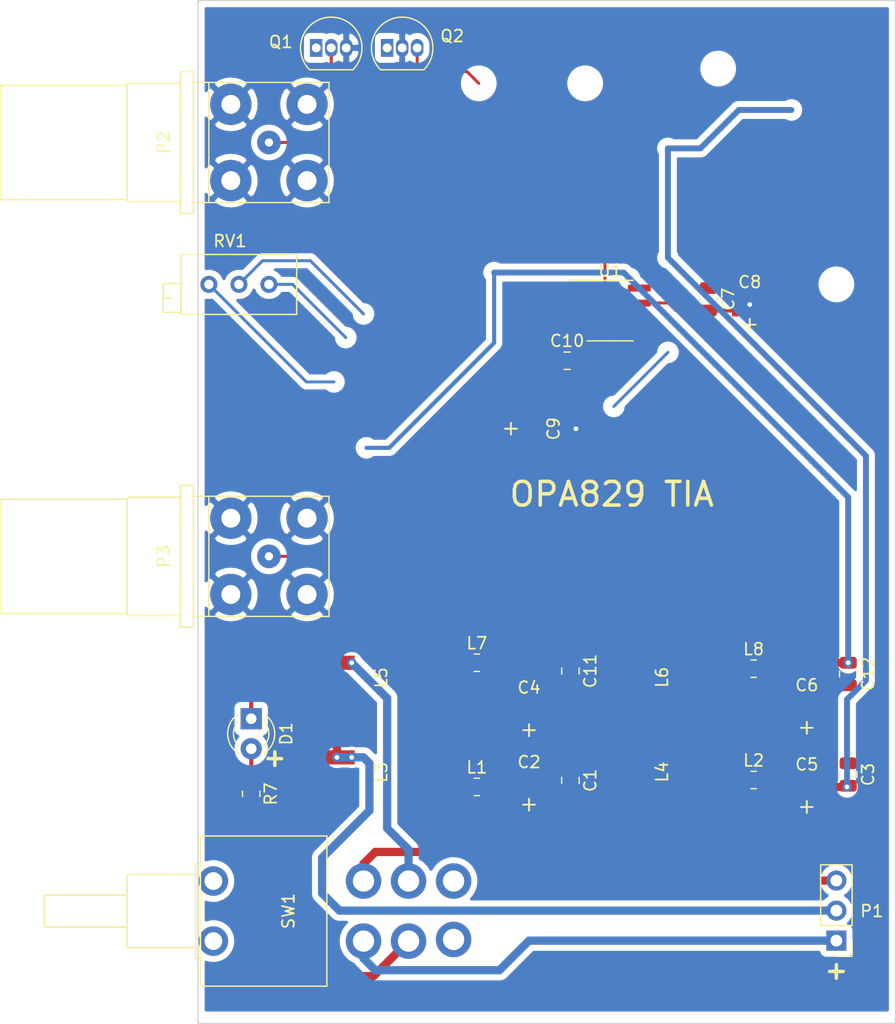
<source format=kicad_pcb>
(kicad_pcb (version 20211014) (generator pcbnew)
  (layers (0 "F.Cu" signal) (31 "B.Cu" signal) (34 "B.Paste" user) (35 "F.Paste" user) (36 "B.SilkS" user "B.Silkscreen") (37 "F.SilkS" user "F.Silkscreen") (38 "B.Mask" user) (39 "F.Mask" user) (44 "Edge.Cuts" user))
  (net 0 "")
  (net 1 "Net-(C1-Pad2)")
  (net 2 "Net-(C1-Pad1)")
  (net 3 "GNDA")
  (net 4 "+12VA")
  (net 5 "Net-(C11-Pad1)")
  (net 6 "-12VA")
  (net 7 "Net-(C13-Pad2)")
  (net 8 "Net-(C14-Pad2)")
  (net 9 "Net-(C20-Pad1)")
  (net 10 "Net-(D1-Pad1)")
  (net 11 "Net-(D1-Pad2)")
  (net 12 "Net-(L1-Pad1)")
  (net 13 "Net-(L2-Pad1)")
  (net 14 "Net-(L3-Pad1)")
  (net 15 "Net-(L3-Pad2)")
  (net 16 "Net-(L5-Pad4)")
  (net 17 "Net-(L6-Pad4)")
  (net 18 "Net-(P1-Pad1)")
  (net 19 "Net-(P1-Pad3)")
  (net 20 "Net-(Q1-Pad1)")
  (net 21 "Net-(Q2-Pad1)")
  (net 22 "Net-(R2-Pad2)")
  (net 23 "Net-(R4-Pad2)")
  (net 24 "Net-(R5-Pad1)")
  (net 25 "Net-(SW1-Pad3)")
  (net 26 "Net-(SW1-Pad6)")
  (footprint "Capacitor_SMD:C_0805_2012Metric" (layer "F.Cu") (at 126.5 140.95 -90)
    (fp_text reference "C1" (at 0 -1.68 90) (layer "F.SilkS"))
    (fp_text value "100nF")
    (fp_line (start -0.261252 0.735) (end 0.261252 0.735) (layer "F.SilkS") (width 0.12))
    (fp_line (start -0.261252 -0.735) (end 0.261252 -0.735) (layer "F.SilkS") (width 0.12))
    (pad "1" smd roundrect locked (at -0.95 0 270) (size 1 1.45) (layers "F.Cu" "F.Paste" "F.Mask") (net 2 "Net-(C1-Pad1)"))
    (pad "2" smd roundrect locked (at 0.95 0 270) (size 1 1.45) (layers "F.Cu" "F.Paste" "F.Mask") (net 1 "Net-(C1-Pad2)"))
  )
  (footprint "YC_FootPrint_2021_v1:C_1210_POL_Mine" (layer "F.Cu") (at 123 139.4 90)
    (fp_text reference "C2" (at 0 0) (layer "F.SilkS"))
    (fp_text value "10uF")
    (fp_line (start -4.1 0) (end -3.6 0) (layer "F.SilkS") (width 0.15))
    (fp_line (start -3.1 0) (end -4.1 0) (layer "F.SilkS") (width 0.15))
    (fp_line (start -3.6 -0.5) (end -3.6 0.5) (layer "F.SilkS") (width 0.15))
    (fp_line (start -3.6 0) (end -3.1 0) (layer "F.SilkS") (width 0.15))
    (pad "1" smd rect locked (at -1.9 0 90) (size 2 3) (layers "F.Cu" "F.Paste" "F.Mask") (net 1 "Net-(C1-Pad2)"))
    (pad "2" smd rect locked (at 1.9 0 90) (size 2 3) (layers "F.Cu" "F.Paste" "F.Mask") (net 2 "Net-(C1-Pad1)"))
  )
  (footprint "Capacitor_SMD:C_0805_2012Metric" (layer "F.Cu") (at 150 140.45 -90)
    (fp_text reference "C3" (at 0 -1.68 90) (layer "F.SilkS"))
    (fp_text value "100nF")
    (fp_line (start -0.261252 0.735) (end 0.261252 0.735) (layer "F.SilkS") (width 0.12))
    (fp_line (start -0.261252 -0.735) (end 0.261252 -0.735) (layer "F.SilkS") (width 0.12))
    (pad "1" smd roundrect locked (at -0.95 0 270) (size 1 1.45) (layers "F.Cu" "F.Paste" "F.Mask") (net 3 "GNDA"))
    (pad "2" smd roundrect locked (at 0.95 0 270) (size 1 1.45) (layers "F.Cu" "F.Paste" "F.Mask") (net 4 "+12VA"))
  )
  (footprint "YC_FootPrint_2021_v1:C_1210_POL_Mine" (layer "F.Cu") (at 123 133.1 90)
    (fp_text reference "C4" (at 0 0) (layer "F.SilkS"))
    (fp_text value "10uF")
    (fp_line (start -4.1 0) (end -3.6 0) (layer "F.SilkS") (width 0.15))
    (fp_line (start -3.6 -0.5) (end -3.6 0.5) (layer "F.SilkS") (width 0.15))
    (fp_line (start -3.1 0) (end -4.1 0) (layer "F.SilkS") (width 0.15))
    (fp_line (start -3.6 0) (end -3.1 0) (layer "F.SilkS") (width 0.15))
    (pad "1" smd rect locked (at -1.9 0 90) (size 2 3) (layers "F.Cu" "F.Paste" "F.Mask") (net 2 "Net-(C1-Pad1)"))
    (pad "2" smd rect locked (at 1.9 0 90) (size 2 3) (layers "F.Cu" "F.Paste" "F.Mask") (net 5 "Net-(C11-Pad1)"))
  )
  (footprint "YC_FootPrint_2021_v1:C_1210_POL_Mine" (layer "F.Cu") (at 146.5 139.6 90)
    (fp_text reference "C5" (at 0 0) (layer "F.SilkS"))
    (fp_text value "10uF")
    (fp_line (start -3.1 0) (end -4.1 0) (layer "F.SilkS") (width 0.15))
    (fp_line (start -4.1 0) (end -3.6 0) (layer "F.SilkS") (width 0.15))
    (fp_line (start -3.6 0) (end -3.1 0) (layer "F.SilkS") (width 0.15))
    (fp_line (start -3.6 -0.5) (end -3.6 0.5) (layer "F.SilkS") (width 0.15))
    (pad "1" smd rect locked (at -1.9 0 90) (size 2 3) (layers "F.Cu" "F.Paste" "F.Mask") (net 4 "+12VA"))
    (pad "2" smd rect locked (at 1.9 0 90) (size 2 3) (layers "F.Cu" "F.Paste" "F.Mask") (net 3 "GNDA"))
  )
  (footprint "YC_FootPrint_2021_v1:C_1210_POL_Mine" (layer "F.Cu") (at 146.5 132.9 90)
    (fp_text reference "C6" (at 0 0) (layer "F.SilkS"))
    (fp_text value "10uF")
    (fp_line (start -3.6 -0.5) (end -3.6 0.5) (layer "F.SilkS") (width 0.15))
    (fp_line (start -3.6 0) (end -3.1 0) (layer "F.SilkS") (width 0.15))
    (fp_line (start -4.1 0) (end -3.6 0) (layer "F.SilkS") (width 0.15))
    (fp_line (start -3.1 0) (end -4.1 0) (layer "F.SilkS") (width 0.15))
    (pad "1" smd rect locked (at -1.9 0 90) (size 2 3) (layers "F.Cu" "F.Paste" "F.Mask") (net 3 "GNDA"))
    (pad "2" smd rect locked (at 1.9 0 90) (size 2 3) (layers "F.Cu" "F.Paste" "F.Mask") (net 6 "-12VA"))
  )
  (footprint "Capacitor_SMD:C_0805_2012Metric" (layer "F.Cu") (at 138.173 100.258 -90)
    (fp_text reference "C7" (at 0 -1.68 90) (layer "F.SilkS"))
    (fp_text value "0.1uF")
    (fp_line (start -0.261252 0.735) (end 0.261252 0.735) (layer "F.SilkS") (width 0.12))
    (fp_line (start -0.261252 -0.735) (end 0.261252 -0.735) (layer "F.SilkS") (width 0.12))
    (pad "1" smd roundrect locked (at -0.95 0 270) (size 1 1.45) (layers "F.Cu" "F.Paste" "F.Mask") (net 3 "GNDA"))
    (pad "2" smd roundrect locked (at 0.95 0 270) (size 1 1.45) (layers "F.Cu" "F.Paste" "F.Mask") (net 4 "+12VA"))
  )
  (footprint "YC_FootPrint_2021_v1:C_1210_POL_Mine" (layer "F.Cu") (at 141.673 98.808 90)
    (fp_text reference "C8" (at 0 0) (layer "F.SilkS"))
    (fp_text value "10uF")
    (fp_line (start -3.6 -0.5) (end -3.6 0.5) (layer "F.SilkS") (width 0.15))
    (fp_line (start -3.1 0) (end -4.1 0) (layer "F.SilkS") (width 0.15))
    (fp_line (start -3.6 0) (end -3.1 0) (layer "F.SilkS") (width 0.15))
    (fp_line (start -4.1 0) (end -3.6 0) (layer "F.SilkS") (width 0.15))
    (pad "1" smd rect locked (at -1.9 0 90) (size 2 3) (layers "F.Cu" "F.Paste" "F.Mask") (net 4 "+12VA"))
    (pad "2" smd rect locked (at 1.9 0 90) (size 2 3) (layers "F.Cu" "F.Paste" "F.Mask") (net 3 "GNDA"))
  )
  (footprint "Capacitor_SMD:C_0805_2012Metric" (layer "F.Cu") (at 126.223 105.458)
    (fp_text reference "C10" (at 0 -1.68) (layer "F.SilkS"))
    (fp_text value "0.1uF")
    (fp_line (start -0.261252 -0.735) (end 0.261252 -0.735) (layer "F.SilkS") (width 0.12))
    (fp_line (start -0.261252 0.735) (end 0.261252 0.735) (layer "F.SilkS") (width 0.12))
    (pad "1" smd roundrect locked (at -0.95 0) (size 1 1.45) (layers "F.Cu" "F.Paste" "F.Mask") (net 3 "GNDA"))
    (pad "2" smd roundrect locked (at 0.95 0) (size 1 1.45) (layers "F.Cu" "F.Paste" "F.Mask") (net 6 "-12VA"))
  )
  (footprint "Capacitor_SMD:C_0805_2012Metric" (layer "F.Cu") (at 126.5 131.7 -90)
    (fp_text reference "C11" (at 0 -1.68 90) (layer "F.SilkS"))
    (fp_text value "100nF")
    (fp_line (start -0.261252 -0.735) (end 0.261252 -0.735) (layer "F.SilkS") (width 0.12))
    (fp_line (start -0.261252 0.735) (end 0.261252 0.735) (layer "F.SilkS") (width 0.12))
    (pad "1" smd roundrect locked (at -0.95 0 270) (size 1 1.45) (layers "F.Cu" "F.Paste" "F.Mask") (net 5 "Net-(C11-Pad1)"))
    (pad "2" smd roundrect locked (at 0.95 0 270) (size 1 1.45) (layers "F.Cu" "F.Paste" "F.Mask") (net 2 "Net-(C1-Pad1)"))
  )
  (footprint "Capacitor_SMD:C_0805_2012Metric" (layer "F.Cu") (at 150 131.95 -90)
    (fp_text reference "C12" (at 0 -1.68 90) (layer "F.SilkS"))
    (fp_text value "100nF")
    (fp_line (start -0.261252 0.735) (end 0.261252 0.735) (layer "F.SilkS") (width 0.12))
    (fp_line (start -0.261252 -0.735) (end 0.261252 -0.735) (layer "F.SilkS") (width 0.12))
    (pad "1" smd roundrect locked (at -0.95 0 270) (size 1 1.45) (layers "F.Cu" "F.Paste" "F.Mask") (net 6 "-12VA"))
    (pad "2" smd roundrect locked (at 0.95 0 270) (size 1 1.45) (layers "F.Cu" "F.Paste" "F.Mask") (net 3 "GNDA"))
  )
  (footprint "Resistor_SMD:R_0805_2012Metric" (layer "F.Cu") (at 118.5875 141.5)
    (fp_text reference "L1" (at 0 -1.65) (layer "F.SilkS"))
    (fp_text value "FB 600 Ohm")
    (fp_line (start -0.227064 -0.735) (end 0.227064 -0.735) (layer "F.SilkS") (width 0.12))
    (fp_line (start -0.227064 0.735) (end 0.227064 0.735) (layer "F.SilkS") (width 0.12))
    (pad "1" smd roundrect locked (at -0.9125 0) (size 1.025 1.4) (layers "F.Cu" "F.Paste" "F.Mask") (roundrect_rratio 0.243902) (net 12 "Net-(L1-Pad1)"))
    (pad "2" smd roundrect locked (at 0.9125 0) (size 1.025 1.4) (layers "F.Cu" "F.Paste" "F.Mask") (roundrect_rratio 0.243902) (net 1 "Net-(C1-Pad2)"))
  )
  (footprint "Resistor_SMD:R_0805_2012Metric" (layer "F.Cu") (at 142 140.9125)
    (fp_text reference "L2" (at 0 -1.65) (layer "F.SilkS"))
    (fp_text value "FB 600 Ohm")
    (fp_line (start -0.227064 0.735) (end 0.227064 0.735) (layer "F.SilkS") (width 0.12))
    (fp_line (start -0.227064 -0.735) (end 0.227064 -0.735) (layer "F.SilkS") (width 0.12))
    (pad "1" smd roundrect locked (at -0.9125 0) (size 1.025 1.4) (layers "F.Cu" "F.Paste" "F.Mask") (roundrect_rratio 0.243902) (net 13 "Net-(L2-Pad1)"))
    (pad "2" smd roundrect locked (at 0.9125 0) (size 1.025 1.4) (layers "F.Cu" "F.Paste" "F.Mask") (roundrect_rratio 0.243902) (net 4 "+12VA"))
  )
  (footprint "YC_FootPrint_2021_v1:Murata_Choke_1423" (layer "F.Cu") (at 110.5 140.27)
    (fp_text reference "L3" (at 0 0 90) (layer "F.SilkS"))
    (fp_text value "L_Core_Ferrite_Coupled_1423" hide)
    (pad "1" smd rect locked (at -3.75 -1.27) (size 3 1.2) (layers "F.Cu" "F.Paste" "F.Mask") (net 14 "Net-(L3-Pad1)"))
    (pad "2" smd rect locked (at -3.75 1.27) (size 3 1.2) (layers "F.Cu" "F.Paste" "F.Mask") (net 15 "Net-(L3-Pad2)"))
    (pad "3" smd rect locked (at 3.75 1.27) (size 3 1.2) (layers "F.Cu" "F.Paste" "F.Mask") (net 12 "Net-(L1-Pad1)"))
    (pad "4" smd rect locked (at 3.75 -1.27) (size 3 1.2) (layers "F.Cu" "F.Paste" "F.Mask") (net 2 "Net-(C1-Pad1)"))
  )
  (footprint "YC_FootPrint_2021_v1:Murata_Choke_1423" (layer "F.Cu") (at 134.25 140.23)
    (fp_text reference "L4" (at 0 0 90) (layer "F.SilkS"))
    (fp_text value "L_Core_Ferrite_Coupled_1423" hide)
    (pad "1" smd rect locked (at -3.75 -1.27) (size 3 1.2) (layers "F.Cu" "F.Paste" "F.Mask") (net 2 "Net-(C1-Pad1)"))
    (pad "2" smd rect locked (at -3.75 1.27) (size 3 1.2) (layers "F.Cu" "F.Paste" "F.Mask") (net 1 "Net-(C1-Pad2)"))
    (pad "3" smd rect locked (at 3.75 1.27) (size 3 1.2) (layers "F.Cu" "F.Paste" "F.Mask") (net 13 "Net-(L2-Pad1)"))
    (pad "4" smd rect locked (at 3.75 -1.27) (size 3 1.2) (layers "F.Cu" "F.Paste" "F.Mask") (net 3 "GNDA"))
  )
  (footprint "Resistor_SMD:R_0805_2012Metric" (layer "F.Cu") (at 118.5875 131)
    (fp_text reference "L7" (at 0 -1.65) (layer "F.SilkS"))
    (fp_text value "FB 600 Ohm")
    (fp_line (start -0.227064 0.735) (end 0.227064 0.735) (layer "F.SilkS") (width 0.12))
    (fp_line (start -0.227064 -0.735) (end 0.227064 -0.735) (layer "F.SilkS") (width 0.12))
    (pad "1" smd roundrect locked (at -0.9125 0) (size 1.025 1.4) (layers "F.Cu" "F.Paste" "F.Mask") (roundrect_rratio 0.243902) (net 16 "Net-(L5-Pad4)"))
    (pad "2" smd roundrect locked (at 0.9125 0) (size 1.025 1.4) (layers "F.Cu" "F.Paste" "F.Mask") (roundrect_rratio 0.243902) (net 5 "Net-(C11-Pad1)"))
  )
  (footprint "Resistor_SMD:R_0805_2012Metric" (layer "F.Cu") (at 142 131.5)
    (fp_text reference "L8" (at 0 -1.65) (layer "F.SilkS"))
    (fp_text value "FB 600 Ohm")
    (fp_line (start -0.227064 -0.735) (end 0.227064 -0.735) (layer "F.SilkS") (width 0.12))
    (fp_line (start -0.227064 0.735) (end 0.227064 0.735) (layer "F.SilkS") (width 0.12))
    (pad "1" smd roundrect locked (at -0.9125 0) (size 1.025 1.4) (layers "F.Cu" "F.Paste" "F.Mask") (roundrect_rratio 0.243902) (net 17 "Net-(L6-Pad4)"))
    (pad "2" smd roundrect locked (at 0.9125 0) (size 1.025 1.4) (layers "F.Cu" "F.Paste" "F.Mask") (roundrect_rratio 0.243902) (net 6 "-12VA"))
  )
  (footprint "Package_TO_SOT_THT:TO-92_Inline" (layer "F.Cu") (at 111 79)
    (fp_text reference "Q2" (at 5.5 -1) (layer "F.SilkS"))
    (fp_text value "2N3904")
    (fp_line (start -0.53 1.85) (end 3.07 1.85) (layer "F.SilkS") (width 0.12))
    (fp_arc (start 1.27 -2.6) (mid 3.672087 -0.994977) (end 3.108478 1.838478) (layer "F.SilkS") (width 0.12))
    (fp_arc (start -0.568478 1.838478) (mid -1.132087 -0.994977) (end 1.27 -2.6) (layer "F.SilkS") (width 0.12))
    (pad "1" thru_hole rect locked (at 0 0) (size 1.05 1.5) (drill 0.75) (layers *.Cu *.Mask) (net 21 "Net-(Q2-Pad1)"))
    (pad "2" thru_hole oval locked (at 1.27 0) (size 1.05 1.5) (drill 0.75) (layers *.Cu *.Mask) (net 3 "GNDA"))
    (pad "3" thru_hole oval locked (at 2.54 0) (size 1.05 1.5) (drill 0.75) (layers *.Cu *.Mask) (net 8 "Net-(C14-Pad2)"))
  )
  (footprint "Resistor_SMD:R_0805_2012Metric" (layer "F.Cu") (at 99.5 142.0875 -90)
    (fp_text reference "R7" (at 0 -1.65 90) (layer "F.SilkS"))
    (fp_text value "2.2k")
    (fp_line (start -0.227064 -0.735) (end 0.227064 -0.735) (layer "F.SilkS") (width 0.12))
    (fp_line (start -0.227064 0.735) (end 0.227064 0.735) (layer "F.SilkS") (width 0.12))
    (pad "1" smd roundrect locked (at -0.9125 0 270) (size 1.025 1.4) (layers "F.Cu" "F.Paste" "F.Mask") (roundrect_rratio 0.243902) (net 11 "Net-(D1-Pad2)"))
    (pad "2" smd roundrect locked (at 0.9125 0 270) (size 1.025 1.4) (layers "F.Cu" "F.Paste" "F.Mask") (roundrect_rratio 0.243902) (net 15 "Net-(L3-Pad2)"))
  )
  (footprint "YC_FootPrint_2021_v1:Murata_Choke_1423" (layer "F.Cu") (at 110.5 132.27)
    (fp_text reference "L5" (at 0 0 90) (layer "F.SilkS"))
    (fp_text value "L_Core_Ferrite_Coupled_1423" hide)
    (pad "1" smd rect locked (at -3.75 -1.27) (size 3 1.2) (layers "F.Cu" "F.Paste" "F.Mask") (net 10 "Net-(D1-Pad1)"))
    (pad "2" smd rect locked (at -3.75 1.27) (size 3 1.2) (layers "F.Cu" "F.Paste" "F.Mask") (net 14 "Net-(L3-Pad1)"))
    (pad "3" smd rect locked (at 3.75 1.27) (size 3 1.2) (layers "F.Cu" "F.Paste" "F.Mask") (net 2 "Net-(C1-Pad1)"))
    (pad "4" smd rect locked (at 3.75 -1.27) (size 3 1.2) (layers "F.Cu" "F.Paste" "F.Mask") (net 16 "Net-(L5-Pad4)"))
  )
  (footprint "YC_FootPrint_2021_v1:Murata_Choke_1423" (layer "F.Cu") (at 134.25 132.23)
    (fp_text reference "L6" (at 0 0 90) (layer "F.SilkS"))
    (fp_text value "L_Core_Ferrite_Coupled_1423" hide)
    (pad "1" smd rect locked (at -3.75 -1.27) (size 3 1.2) (layers "F.Cu" "F.Paste" "F.Mask") (net 5 "Net-(C11-Pad1)"))
    (pad "2" smd rect locked (at -3.75 1.27) (size 3 1.2) (layers "F.Cu" "F.Paste" "F.Mask") (net 2 "Net-(C1-Pad1)"))
    (pad "3" smd rect locked (at 3.75 1.27) (size 3 1.2) (layers "F.Cu" "F.Paste" "F.Mask") (net 3 "GNDA"))
    (pad "4" smd rect locked (at 3.75 -1.27) (size 3 1.2) (layers "F.Cu" "F.Paste" "F.Mask") (net 17 "Net-(L6-Pad4)"))
  )
  (footprint "Connector_PinHeader_2.54mm:PinHeader_1x03_P2.54mm_Vertical" (layer "F.Cu") (at 149 154.5 180)
    (fp_text reference "P1" (at -3 2.5) (layer "F.SilkS"))
    (fp_text value "CONN_01X03")
    (fp_line (start 1.33 1.27) (end 1.33 6.41) (layer "F.SilkS") (width 0.12))
    (fp_line (start -1.33 1.27) (end -1.33 6.41) (layer "F.SilkS") (width 0.12))
    (fp_line (start -1.33 0) (end -1.33 -1.33) (layer "F.SilkS") (width 0.12))
    (fp_line (start -1.33 6.41) (end 1.33 6.41) (layer "F.SilkS") (width 0.12))
    (fp_line (start -1.33 1.27) (end 1.33 1.27) (layer "F.SilkS") (width 0.12))
    (fp_line (start -1.33 -1.33) (end 0 -1.33) (layer "F.SilkS") (width 0.12))
    (pad "1" thru_hole rect locked (at 0 0 180) (size 1.7 1.7) (drill 1) (layers *.Cu *.Mask) (net 18 "Net-(P1-Pad1)"))
    (pad "2" thru_hole oval locked (at 0 2.54 180) (size 1.7 1.7) (drill 1) (layers *.Cu *.Mask) (net 14 "Net-(L3-Pad1)"))
    (pad "3" thru_hole oval locked (at 0 5.08 180) (size 1.7 1.7) (drill 1) (layers *.Cu *.Mask) (net 19 "Net-(P1-Pad3)"))
  )
  (footprint "YC_FootPrint_2021_v1:C_1210_POL_Mine" (layer "F.Cu") (at 125.073 111.208)
    (fp_text reference "C9" (at 0 0 90) (layer "F.SilkS"))
    (fp_text value "10uF")
    (fp_line (start -3.1 0) (end -4.1 0) (layer "F.SilkS") (width 0.15))
    (fp_line (start -3.6 -0.5) (end -3.6 0.5) (layer "F.SilkS") (width 0.15))
    (fp_line (start -3.6 0) (end -3.1 0) (layer "F.SilkS") (width 0.15))
    (fp_line (start -4.1 0) (end -3.6 0) (layer "F.SilkS") (width 0.15))
    (pad "1" smd rect locked (at -1.9 0) (size 2 3) (layers "F.Cu" "F.Paste" "F.Mask") (net 3 "GNDA"))
    (pad "2" smd rect locked (at 1.9 0) (size 2 3) (layers "F.Cu" "F.Paste" "F.Mask") (net 6 "-12VA"))
  )
  (footprint "Potentiometer_THT:Potentiometer_Bourns_3296X_Horizontal" (layer "F.Cu") (at 101 99)
    (fp_text reference "RV1" (at -3.3 -3.66) (layer "F.SilkS"))
    (fp_text value "10K")
    (fp_line (start -8.945 2.365) (end -7.426 2.365) (layer "F.SilkS") (width 0.12))
    (fp_line (start -7.425 -2.53) (end 2.345 -2.53) (layer "F.SilkS") (width 0.12))
    (fp_line (start -7.425 -2.53) (end -7.425 2.54) (layer "F.SilkS") (width 0.12))
    (fp_line (start -7.426 -0.065) (end -7.426 2.365) (layer "F.SilkS") (width 0.12))
    (fp_line (start -7.425 2.54) (end 2.345 2.54) (layer "F.SilkS") (width 0.12))
    (fp_line (start -8.945 -0.065) (end -8.945 2.365) (layer "F.SilkS") (width 0.12))
    (fp_line (start -8.945 -0.065) (end -7.426 -0.065) (layer "F.SilkS") (width 0.12))
    (fp_line (start -8.945 1.15) (end -8.186 1.15) (layer "F.SilkS") (width 0.12))
    (fp_line (start 2.345 -2.53) (end 2.345 2.54) (layer "F.SilkS") (width 0.12))
    (pad "1" thru_hole circle locked (at 0 0) (size 1.44 1.44) (drill 0.8) (layers *.Cu *.Mask) (net 22 "Net-(R2-Pad2)"))
    (pad "2" thru_hole circle locked (at -2.54 0) (size 1.44 1.44) (drill 0.8) (layers *.Cu *.Mask) (net 7 "Net-(C13-Pad2)"))
    (pad "3" thru_hole circle locked (at -5.08 0) (size 1.44 1.44) (drill 0.8) (layers *.Cu *.Mask) (net 23 "Net-(R4-Pad2)"))
  )
  (footprint "Package_TO_SOT_THT:TO-92_Inline" (layer "F.Cu") (at 105 79)
    (fp_text reference "Q1" (at -3 -0.5) (layer "F.SilkS"))
    (fp_text value "2N3904")
    (fp_line (start -0.53 1.85) (end 3.07 1.85) (layer "F.SilkS") (width 0.12))
    (fp_arc (start 1.27 -2.6) (mid 3.672087 -0.994977) (end 3.108478 1.838478) (layer "F.SilkS") (width 0.12))
    (fp_arc (start -0.568478 1.838478) (mid -1.132087 -0.994977) (end 1.27 -2.6) (layer "F.SilkS") (width 0.12))
    (pad "1" thru_hole rect locked (at 0 0) (size 1.05 1.5) (drill 0.75) (layers *.Cu *.Mask) (net 20 "Net-(Q1-Pad1)"))
    (pad "2" thru_hole oval locked (at 1.27 0) (size 1.05 1.5) (drill 0.75) (layers *.Cu *.Mask) (net 8 "Net-(C14-Pad2)"))
    (pad "3" thru_hole oval locked (at 2.54 0) (size 1.05 1.5) (drill 0.75) (layers *.Cu *.Mask) (net 3 "GNDA"))
  )
  (footprint "YC_FootPrint_2021_v1:LED_D3.0mm" (layer "F.Cu") (at 99.5 137 -90)
    (fp_text reference "D1" (at 0 -2.96 90) (layer "F.SilkS"))
    (fp_text value "LED")
    (fp_line (start -1.56 1.08) (end -1.56 1.236) (layer "F.SilkS") (width 0.12))
    (fp_line (start -1.56 -1.236) (end -1.56 -1.08) (layer "F.SilkS") (width 0.12))
    (fp_arc (start -1.56 -1.235516) (mid 0.096487 -1.987659) (end 1.672335 -1.078608) (layer "F.SilkS") (width 0.12))
    (fp_arc (start 1.04113 1.079837) (mid 0.000117 1.5) (end -1.040961 1.08) (layer "F.SilkS") (width 0.12))
    (fp_arc (start -1.040961 -1.08) (mid 0.000117 -1.5) (end 1.04113 -1.079837) (layer "F.SilkS") (width 0.12))
    (fp_arc (start 1.672335 1.078608) (mid 0.096487 1.987659) (end -1.56 1.235516) (layer "F.SilkS") (width 0.12))
    (pad "1" thru_hole rect locked (at -1.27 0 270) (size 1.8 1.8) (drill 0.9) (layers *.Cu *.Mask) (net 10 "Net-(D1-Pad1)"))
    (pad "2" thru_hole circle locked (at 1.27 0 270) (size 1.8 1.8) (drill 0.9) (layers *.Cu *.Mask) (net 11 "Net-(D1-Pad2)"))
  )
  (footprint "YC_FootPrint_2021_v1:BNC_PCB_90degree" (layer "F.Cu") (at 101 87 -90)
    (fp_text reference "P2" (at 0 8.89 90) (layer "F.SilkS"))
    (fp_text value "BNC")
    (fp_line (start -5.08 5.08) (end -5.08 6.35) (layer "F.SilkS") (width 0.12))
    (fp_line (start -5.08 5.08) (end 5.08 5.08) (layer "F.SilkS") (width 0.12))
    (fp_line (start -5.08 -5.08) (end -5.08 5.08) (layer "F.SilkS") (width 0.12))
    (fp_line (start -4.825 12) (end -4.825 22.69) (layer "F.SilkS") (width 0.12))
    (fp_line (start 5 12) (end 5 7.5) (layer "F.SilkS") (width 0.12))
    (fp_line (start -4.825 22.69) (end 4.825 22.69) (layer "F.SilkS") (width 0.12))
    (fp_line (start 4.825 12) (end 4.825 22.69) (layer "F.SilkS") (width 0.12))
    (fp_line (start 5.08 -5.08) (end -5.08 -5.08) (layer "F.SilkS") (width 0.12))
    (fp_line (start -5 12) (end -5 7.5) (layer "F.SilkS") (width 0.12))
    (fp_line (start -6 6.4) (end 6 6.4) (layer "F.SilkS") (width 0.12))
    (fp_line (start -6 6.4) (end -6 7.5) (layer "F.SilkS") (width 0.12))
    (fp_line (start 5.08 5.08) (end 5.08 6.35) (layer "F.SilkS") (width 0.12))
    (fp_line (start -5 12) (end 5 12) (layer "F.SilkS") (width 0.12))
    (fp_line (start 6 6.4) (end 6 7.5) (layer "F.SilkS") (width 0.12))
    (fp_line (start 5.08 5.08) (end 5.08 -5.08) (layer "F.SilkS") (width 0.12))
    (fp_line (start -6 7.5) (end 6 7.5) (layer "F.SilkS") (width 0.12))
    (pad "1" thru_hole circle locked (at 0 0 270) (size 2 2) (drill 0.7) (layers *.Cu *.Mask) (net 8 "Net-(C14-Pad2)"))
    (pad "2" thru_hole circle locked (at 3.225 3.225 270) (size 3.5 3.5) (drill 1.6) (layers *.Cu *.Mask) (net 3 "GNDA"))
    (pad "2" thru_hole circle locked (at 3.225 -3.225 270) (size 3.5 3.5) (drill 1.6) (layers *.Cu *.Mask) (net 3 "GNDA"))
    (pad "2" thru_hole circle locked (at -3.225 3.225 270) (size 3.5 3.5) (drill 1.6) (layers *.Cu *.Mask) (net 3 "GNDA"))
    (pad "2" thru_hole circle locked (at -3.225 -3.225 270) (size 3.5 3.5) (drill 1.6) (layers *.Cu *.Mask) (net 3 "GNDA"))
  )
  (footprint "YC_FootPrint_2021_v1:BNC_PCB_90degree" (layer "F.Cu") (at 101 122 -90)
    (fp_text reference "P3" (at 0 8.89 90) (layer "F.SilkS"))
    (fp_text value "BNC")
    (fp_line (start -6 6.4) (end 6 6.4) (layer "F.SilkS") (width 0.12))
    (fp_line (start 4.825 12) (end 4.825 22.69) (layer "F.SilkS") (width 0.12))
    (fp_line (start 6 6.4) (end 6 7.5) (layer "F.SilkS") (width 0.12))
    (fp_line (start -5.08 -5.08) (end -5.08 5.08) (layer "F.SilkS") (width 0.12))
    (fp_line (start -4.825 12) (end -4.825 22.69) (layer "F.SilkS") (width 0.12))
    (fp_line (start -5.08 5.08) (end 5.08 5.08) (layer "F.SilkS") (width 0.12))
    (fp_line (start 5.08 5.08) (end 5.08 6.35) (layer "F.SilkS") (width 0.12))
    (fp_line (start 5.08 5.08) (end 5.08 -5.08) (layer "F.SilkS") (width 0.12))
    (fp_line (start -6 6.4) (end -6 7.5) (layer "F.SilkS") (width 0.12))
    (fp_line (start 5.08 -5.08) (end -5.08 -5.08) (layer "F.SilkS") (width 0.12))
    (fp_line (start -5.08 5.08) (end -5.08 6.35) (layer "F.SilkS") (width 0.12))
    (fp_line (start -5 12) (end -5 7.5) (layer "F.SilkS") (width 0.12))
    (fp_line (start 5 12) (end 5 7.5) (layer "F.SilkS") (width 0.12))
    (fp_line (start -5 12) (end 5 12) (layer "F.SilkS") (width 0.12))
    (fp_line (start -6 7.5) (end 6 7.5) (layer "F.SilkS") (width 0.12))
    (fp_line (start -4.825 22.69) (end 4.825 22.69) (layer "F.SilkS") (width 0.12))
    (pad "1" thru_hole circle locked (at 0 0 270) (size 2 2) (drill 0.7) (layers *.Cu *.Mask) (net 9 "Net-(C20-Pad1)"))
    (pad "2" thru_hole circle locked (at 3.225 3.225 270) (size 3.5 3.5) (drill 1.6) (layers *.Cu *.Mask) (net 3 "GNDA"))
    (pad "2" thru_hole circle locked (at 3.225 -3.225 270) (size 3.5 3.5) (drill 1.6) (layers *.Cu *.Mask) (net 3 "GNDA"))
    (pad "2" thru_hole circle locked (at -3.225 -3.225 270) (size 3.5 3.5) (drill 1.6) (layers *.Cu *.Mask) (net 3 "GNDA"))
    (pad "2" thru_hole circle locked (at -3.225 3.225 270) (size 3.5 3.5) (drill 1.6) (layers *.Cu *.Mask) (net 3 "GNDA"))
  )
  (footprint "YC_FootPrint_2021_v1:Toggle_PCB" (layer "F.Cu") (at 109 152 -90)
    (fp_text reference "SW1" (at 0 6.35 90) (layer "F.SilkS"))
    (fp_text value "Toggle_SW_PCB")
    (fp_line (start -1.35 20) (end -1.35 27) (layer "F.SilkS") (width 0.12))
    (fp_line (start -6.35 13.8) (end 6.35 13.8) (layer "F.SilkS") (width 0.12))
    (fp_line (start -6.35 13.8) (end -6.35 3.1) (layer "F.SilkS") (width 0.12))
    (fp_line (start -3.1 20) (end -3.1 14) (layer "F.SilkS") (width 0.12))
    (fp_line (start 6.35 3.1) (end 6.35 13.8) (layer "F.SilkS") (width 0.12))
    (fp_line (start 4 13.8) (end 4 14.2) (layer "F.SilkS") (width 0.12))
    (fp_line (start -3.1 20) (end 3.1 20) (layer "F.SilkS") (width 0.12))
    (fp_line (start -4 14.2) (end 4 14.2) (layer "F.SilkS") (width 0.12))
    (fp_line (start -1.35 27) (end 1.35 27) (layer "F.SilkS") (width 0.12))
    (fp_line (start 1.35 20) (end 1.35 27) (layer "F.SilkS") (width 0.12))
    (fp_line (start -4 13.8) (end 4 13.8) (layer "F.SilkS") (width 0.12))
    (fp_line (start 3.1 20) (end 3.1 14) (layer "F.SilkS") (width 0.12))
    (fp_line (start -6.35 3.1) (end 6.35 3.1) (layer "F.SilkS") (width 0.12))
    (fp_line (start -4 13.8) (end -4 14.2) (layer "F.SilkS") (width 0.12))
    (pad "" thru_hole circle locked (at 2.54 12.7 270) (size 2.5 2.5) (drill 1.5) (layers *.Cu *.Mask))
    (pad "" thru_hole circle locked (at -2.54 12.7 270) (size 2.5 2.5) (drill 1.5) (layers *.Cu *.Mask))
    (pad "1" thru_hole circle locked (at -2.54 0 270) (size 3 3) (drill 1.8) (layers *.Cu *.Mask) (net 19 "Net-(P1-Pad3)"))
    (pad "2" thru_hole circle locked (at -2.54 -3.81 270) (size 3 3) (drill 1.8) (layers *.Cu *.Mask) (net 10 "Net-(D1-Pad1)"))
    (pad "3" thru_hole circle locked (at -2.54 -7.62 270) (size 3 3) (drill 1.8) (layers *.Cu *.Mask) (net 25 "Net-(SW1-Pad3)"))
    (pad "4" thru_hole circle locked (at 2.54 0 270) (size 3 3) (drill 1.8) (layers *.Cu *.Mask) (net 18 "Net-(P1-Pad1)"))
    (pad "5" thru_hole circle locked (at 2.54 -3.81 270) (size 3 3) (drill 1.8) (layers *.Cu *.Mask) (net 15 "Net-(L3-Pad2)"))
    (pad "6" thru_hole circle locked (at 2.4 -7.62 270) (size 3 3) (drill 1.8) (layers *.Cu *.Mask) (net 26 "Net-(SW1-Pad6)"))
  )
  (footprint "Package_SO:SOIC-8_3.9x4.9mm_P1.27mm" (layer "F.Cu") (at 129.859 101.219)
    (fp_text reference "U1" (at 0 -3.4) (layer "F.SilkS"))
    (fp_text value "OPA828")
    (fp_line (start 0 -2.56) (end 1.95 -2.56) (layer "F.SilkS") (width 0.12))
    (fp_line (start 0 2.56) (end 1.95 2.56) (layer "F.SilkS") (width 0.12))
    (fp_line (start 0 -2.56) (end -3.45 -2.56) (layer "F.SilkS") (width 0.12))
    (fp_line (start 0 2.56) (end -1.95 2.56) (layer "F.SilkS") (width 0.12))
    (pad "1" smd roundrect (at -2.475 -1.905) (size 1.95 0.6) (layers "F.Cu" "F.Paste" "F.Mask"))
    (pad "2" smd roundrect (at -2.475 -0.635) (size 1.95 0.6) (layers "F.Cu" "F.Paste" "F.Mask"))
    (pad "3" smd roundrect (at -2.475 0.635) (size 1.95 0.6) (layers "F.Cu" "F.Paste" "F.Mask"))
    (pad "4" smd roundrect (at -2.475 1.905) (size 1.95 0.6) (layers "F.Cu" "F.Paste" "F.Mask"))
    (pad "5" smd roundrect (at 2.475 1.905) (size 1.95 0.6) (layers "F.Cu" "F.Paste" "F.Mask"))
    (pad "6" smd roundrect (at 2.475 0.635) (size 1.95 0.6) (layers "F.Cu" "F.Paste" "F.Mask"))
    (pad "7" smd roundrect (at 2.475 -0.635) (size 1.95 0.6) (layers "F.Cu" "F.Paste" "F.Mask"))
    (pad "8" smd roundrect (at 2.475 -1.905) (size 1.95 0.6) (layers "F.Cu" "F.Paste" "F.Mask"))
  )
  (gr_line (start 154 75) (end 95 75) (layer "Edge.Cuts") (width 0.1))
  (gr_line (start 95 161.5) (end 154 161.5) (layer "Edge.Cuts") (width 0.1))
  (gr_line (start 95 75) (end 95 161.5) (layer "Edge.Cuts") (width 0.1))
  (gr_line (start 154 161.5) (end 154 75) (layer "Edge.Cuts") (width 0.1))
  (gr_text "+" (at 101.5 139) (layer "F.SilkS") (effects (font (size 1.5 1.5) (thickness 0.3))))
  (gr_text "+" (at 149 157) (layer "F.SilkS") (effects (font (size 1.5 1.5) (thickness 0.3))))
  (gr_text "OPA829 TIA" (at 130 116.75) (layer "F.SilkS") (effects (font (size 2 2) (thickness 0.3))))
  (segment (start 122.8 141.5) (end 123 141.3) (width 0.7) (layer "F.Cu") (net 1))
  (segment (start 126.5 141.9) (end 130.1 141.9) (width 0.7) (layer "F.Cu") (net 1))
  (segment (start 125.9 141.3) (end 126.5 141.9) (width 0.7) (layer "F.Cu") (net 1))
  (segment (start 123 141.3) (end 125.9 141.3) (width 0.7) (layer "F.Cu") (net 1))
  (segment (start 119.5 141.5) (end 122.8 141.5) (width 0.7) (layer "F.Cu") (net 1))
  (segment (start 130.1 141.9) (end 130.5 141.5) (width 0.7) (layer "F.Cu") (net 1))
  (segment (start 122.75 136.25) (end 123 136) (width 0.7) (layer "F.Cu") (net 2))
  (segment (start 114.25 136.25) (end 114.25 139) (width 0.7) (layer "F.Cu") (net 2))
  (segment (start 126.5 140) (end 127.5 139) (width 0.7) (layer "F.Cu") (net 2))
  (segment (start 128.15 132.65) (end 129 133.5) (width 0.7) (layer "F.Cu") (net 2))
  (segment (start 126.5 133.5) (end 126.5 132.65) (width 0.7) (layer "F.Cu") (net 2))
  (segment (start 123 135) (end 123 136) (width 0.7) (layer "F.Cu") (net 2))
  (segment (start 123 135) (end 125 135) (width 0.7) (layer "F.Cu") (net 2))
  (segment (start 123 136) (end 123 137.5) (width 0.7) (layer "F.Cu") (net 2))
  (segment (start 130.46 139) (end 130.5 138.96) (width 0.7) (layer "F.Cu") (net 2))
  (segment (start 126.5 132.65) (end 128.15 132.65) (width 0.7) (layer "F.Cu") (net 2))
  (segment (start 126.5 139) (end 126.5 140) (width 0.7) (layer "F.Cu") (net 2))
  (segment (start 129 133.5) (end 130.5 133.5) (width 0.7) (layer "F.Cu") (net 2))
  (segment (start 125 137.5) (end 126.5 139) (width 0.7) (layer "F.Cu") (net 2))
  (segment (start 123 137.5) (end 125 137.5) (width 0.7) (layer "F.Cu") (net 2))
  (segment (start 114.25 136.25) (end 122.75 136.25) (width 0.7) (layer "F.Cu") (net 2))
  (segment (start 125 135) (end 126.5 133.5) (width 0.7) (layer "F.Cu") (net 2))
  (segment (start 127.5 139) (end 130.46 139) (width 0.7) (layer "F.Cu") (net 2))
  (segment (start 114.25 133.54) (end 114.25 136.25) (width 0.7) (layer "F.Cu") (net 2))
  (segment (start 138.173 101.458) (end 138.173 101.208) (width 0.35) (layer "F.Cu") (net 4))
  (segment (start 141.173 101.208) (end 141.673 100.708) (width 0.35) (layer "F.Cu") (net 4))
  (segment (start 135.423 101.208) (end 138.173 101.208) (width 0.25) (layer "F.Cu") (net 4))
  (segment (start 150 141.4) (end 149.9 141.5) (width 0.5) (layer "F.Cu") (net 4))
  (segment (start 132.398 100.573) (end 134.788 100.573) (width 0.25) (layer "F.Cu") (net 4))
  (segment (start 138.173 101.208) (end 141.173 101.208) (width 0.35) (layer "F.Cu") (net 4))
  (segment (start 146.5 141.5) (end 149.9 141.5) (width 0.7) (layer "F.Cu") (net 4))
  (segment (start 142.9125 140.9125) (end 143.4125 140.9125) (width 0.7) (layer "F.Cu") (net 4))
  (segment (start 134.788 100.573) (end 135.423 101.208) (width 0.25) (layer "F.Cu") (net 4))
  (segment (start 144 141.5) (end 146.5 141.5) (width 0.7) (layer "F.Cu") (net 4))
  (segment (start 143.4125 140.9125) (end 144 141.5) (width 0.7) (layer "F.Cu") (net 4))
  (via (at 149.9 141.5) (size 0.8) (drill 0.4) (layers "F.Cu" "B.Cu") (net 4))
  (via (at 141.673 100.708) (size 0.8) (drill 0.4) (layers "F.Cu" "B.Cu") (net 4))
  (segment (start 137.5 87.5) (end 140.75 84.25) (width 0.5) (layer "B.Cu") (net 4))
  (segment (start 134.75 96.75) (end 134.75 87.5) (width 0.5) (layer "B.Cu") (net 4))
  (segment (start 151.5 132.5) (end 151.5 113.5) (width 0.5) (layer "B.Cu") (net 4))
  (segment (start 134.75 87.5) (end 137.5 87.5) (width 0.5) (layer "B.Cu") (net 4))
  (segment (start 140.75 84.25) (end 145.2 84.25) (width 0.5) (layer "B.Cu") (net 4))
  (segment (start 151.5 113.5) (end 134.75 96.75) (width 0.5) (layer "B.Cu") (net 4))
  (segment (start 134.75 104.75) (end 130.175 109.325) (width 0.25) (layer "B.Cu") (net 4))
  (segment (start 149.9 134.1) (end 151.5 132.5) (width 0.5) (layer "B.Cu") (net 4))
  (segment (start 149.9 141.5) (end 149.9 134.1) (width 0.5) (layer "B.Cu") (net 4))
  (segment (start 130.29 130.75) (end 130.5 130.96) (width 0.7) (layer "F.Cu") (net 5))
  (segment (start 123 131.2) (end 123 131) (width 0.7) (layer "F.Cu") (net 5))
  (segment (start 123 131) (end 126.25 131) (width 0.7) (layer "F.Cu") (net 5))
  (segment (start 122.8 131) (end 123 131.2) (width 0.7) (layer "F.Cu") (net 5))
  (segment (start 126.25 131) (end 126.5 130.75) (width 0.7) (layer "F.Cu") (net 5))
  (segment (start 119.5 131) (end 122.8 131) (width 0.7) (layer "F.Cu") (net 5))
  (segment (start 126.5 130.75) (end 130.29 130.75) (width 0.7) (layer "F.Cu") (net 5))
  (segment (start 127.173 111.008) (end 126.973 111.208) (width 0.25) (layer "F.Cu") (net 6))
  (segment (start 127.173 105.458) (end 127.173 111.008) (width 0.25) (layer "F.Cu") (net 6))
  (segment (start 143 131.5) (end 143.5 131) (width 0.7) (layer "F.Cu") (net 6))
  (segment (start 127.448 103.113) (end 127.448 105.183) (width 0.25) (layer "F.Cu") (net 6))
  (segment (start 146.5 131) (end 150 131) (width 0.7) (layer "F.Cu") (net 6))
  (segment (start 127.448 105.183) (end 127.173 105.458) (width 0.25) (layer "F.Cu") (net 6))
  (segment (start 143.5 131) (end 146.5 131) (width 0.7) (layer "F.Cu") (net 6))
  (segment (start 126.973 111.208) (end 126.973 110.658) (width 0.25) (layer "F.Cu") (net 6))
  (segment (start 142.9125 131.5) (end 143 131.5) (width 0.7) (layer "F.Cu") (net 6))
  (via (at 150 131) (size 0.8) (drill 0.4) (layers "F.Cu" "B.Cu") (net 6))
  (via (at 126.973 111.208) (size 0.8) (drill 0.4) (layers "F.Cu" "B.Cu") (net 6))
  (segment (start 150 131) (end 150 117) (width 0.5) (layer "B.Cu") (net 6))
  (segment (start 150 117) (end 131.5 98.5) (width 0.5) (layer "B.Cu") (net 6))
  (segment (start 120.05 103.95) (end 111.175 112.825) (width 0.35) (layer "B.Cu") (net 6))
  (segment (start 131 98) (end 120.05 98) (width 0.5) (layer "B.Cu") (net 6))
  (segment (start 111.175 112.825) (end 109.25 112.825) (width 0.35) (layer "B.Cu") (net 6))
  (segment (start 131.5 98.5) (end 131 98) (width 0.5) (layer "B.Cu") (net 6))
  (segment (start 120.05 98) (end 120.05 103.95) (width 0.35) (layer "B.Cu") (net 6))
  (segment (start 100.46 97) (end 104.49998 97) (width 0.25) (layer "B.Cu") (net 7))
  (segment (start 104.49998 97) (end 108.99998 101.5) (width 0.25) (layer "B.Cu") (net 7))
  (segment (start 98.46 99) (end 100.46 97) (width 0.25) (layer "B.Cu") (net 7))
  (segment (start 127.923 95.208) (end 128.673 95.208) (width 0.25) (layer "F.Cu") (net 8))
  (segment (start 109 87) (end 109.25 86.75) (width 0.25) (layer "F.Cu") (net 8))
  (segment (start 128.808 100.573) (end 127.448 100.573) (width 0.25) (layer "F.Cu") (net 8))
  (segment (start 117.750001 81.000001) (end 118.75 82) (width 0.25) (layer "F.Cu") (net 8))
  (segment (start 113 81) (end 113.54 80.46) (width 0.25) (layer "F.Cu") (net 8))
  (segment (start 113 81) (end 117.750001 81.000001) (width 0.25) (layer "F.Cu") (net 8))
  (segment (start 101 87) (end 109 87) (width 0.25) (layer "F.Cu") (net 8))
  (segment (start 129.423 95.958) (end 129.423 99.958) (width 0.25) (layer "F.Cu") (net 8))
  (segment (start 109.25 81.25) (end 109 81) (width 0.25) (layer "F.Cu") (net 8))
  (segment (start 109 81) (end 113 81) (width 0.25) (layer "F.Cu") (net 8))
  (segment (start 128.673 95.208) (end 129.423 95.958) (width 0.25) (layer "F.Cu") (net 8))
  (segment (start 113.54 80.46) (end 113.54 79) (width 0.25) (layer "F.Cu") (net 8))
  (segment (start 106.27 79) (end 106.27 80.27) (width 0.25) (layer "F.Cu") (net 8))
  (segment (start 109.25 86.75) (end 109.25 81.25) (width 0.25) (layer "F.Cu") (net 8))
  (segment (start 107 81) (end 109 81) (width 0.25) (layer "F.Cu") (net 8))
  (segment (start 129.423 99.958) (end 128.808 100.573) (width 0.25) (layer "F.Cu") (net 8))
  (segment (start 127.923 95.208) (end 125.673 95.208) (width 0.25) (layer "F.Cu") (net 8))
  (segment (start 106.27 80.27) (end 107 81) (width 0.25) (layer "F.Cu") (net 8))
  (segment (start 101 122) (end 110.25 122) (width 0.25) (layer "F.Cu") (net 9))
  (segment (start 99.5 133.5) (end 99.5 135.73) (width 0.35) (layer "F.Cu") (net 10))
  (segment (start 106.75 131) (end 102 131) (width 0.35) (layer "F.Cu") (net 10))
  (segment (start 102 131) (end 99.5 133.5) (width 0.35) (layer "F.Cu") (net 10))
  (via (at 108 131) (size 0.8) (drill 0.4) (layers "F.Cu" "B.Cu") (net 10))
  (segment (start 112.81 146.81) (end 111 145) (width 0.7) (layer "B.Cu") (net 10))
  (segment (start 111 134) (end 108 131) (width 0.7) (layer "B.Cu") (net 10))
  (segment (start 111 145) (end 111 134) (width 0.7) (layer "B.Cu") (net 10))
  (segment (start 112.81 149.46) (end 112.81 146.81) (width 0.7) (layer "B.Cu") (net 10))
  (segment (start 99.5 138.27) (end 99.5 141.175) (width 0.35) (layer "F.Cu") (net 11))
  (segment (start 117.635 141.54) (end 117.675 141.5) (width 0.7) (layer "F.Cu") (net 12))
  (segment (start 114.25 141.54) (end 117.635 141.54) (width 0.7) (layer "F.Cu") (net 12))
  (segment (start 138 141.5) (end 140.5 141.5) (width 0.7) (layer "F.Cu") (net 13))
  (segment (start 140.5 141.5) (end 141.0875 140.9125) (width 0.7) (layer "F.Cu") (net 13))
  (segment (start 106.75 133.54) (end 106.75 139) (width 0.7) (layer "F.Cu") (net 14))
  (via (at 106.75 139) (size 0.8) (drill 0.4) (layers "F.Cu" "B.Cu") (net 14))
  (via (at 108 139) (size 0.8) (drill 0.4) (layers "F.Cu" "B.Cu") (net 14))
  (segment (start 108 139) (end 106.75 139) (width 0.7) (layer "B.Cu") (net 14))
  (segment (start 105.5 150.5) (end 105.5 147.5) (width 0.7) (layer "B.Cu") (net 14))
  (segment (start 105.5 147.5) (end 109.5 143.5) (width 0.7) (layer "B.Cu") (net 14))
  (segment (start 109 139) (end 108 139) (width 0.7) (layer "B.Cu") (net 14))
  (segment (start 109.5 139.5) (end 109 139) (width 0.7) (layer "B.Cu") (net 14))
  (segment (start 106.96 151.96) (end 105.5 150.5) (width 0.7) (layer "B.Cu") (net 14))
  (segment (start 149 151.96) (end 106.96 151.96) (width 0.7) (layer "B.Cu") (net 14))
  (segment (start 109.5 143.5) (end 109.5 139.5) (width 0.7) (layer "B.Cu") (net 14))
  (segment (start 99.5 143) (end 102 143) (width 0.35) (layer "F.Cu") (net 15))
  (segment (start 112.81 154.54) (end 109.85 157.5) (width 0.7) (layer "F.Cu") (net 15))
  (segment (start 104 146) (end 106.75 143.25) (width 0.7) (layer "F.Cu") (net 15))
  (segment (start 109.85 157.5) (end 107 157.5) (width 0.7) (layer "F.Cu") (net 15))
  (segment (start 103.46 141.54) (end 106.75 141.54) (width 0.35) (layer "F.Cu") (net 15))
  (segment (start 107 157.5) (end 104 154.5) (width 0.7) (layer "F.Cu") (net 15))
  (segment (start 104 154.5) (end 104 146) (width 0.7) (layer "F.Cu") (net 15))
  (segment (start 106.75 143.25) (end 106.75 141.54) (width 0.7) (layer "F.Cu") (net 15))
  (segment (start 102 143) (end 103.46 141.54) (width 0.35) (layer "F.Cu") (net 15))
  (segment (start 114.25 131) (end 117.675 131) (width 0.7) (layer "F.Cu") (net 16))
  (segment (start 140.5475 130.96) (end 141.0875 131.5) (width 0.7) (layer "F.Cu") (net 17))
  (segment (start 138 130.96) (end 140.5475 130.96) (width 0.7) (layer "F.Cu") (net 17))
  (segment (start 110 157) (end 109 156) (width 0.7) (layer "B.Cu") (net 18))
  (segment (start 149 154.5) (end 123 154.5) (width 0.7) (layer "B.Cu") (net 18))
  (segment (start 109 156) (end 109 154.54) (width 0.7) (layer "B.Cu") (net 18))
  (segment (start 120.5 157) (end 110 157) (width 0.7) (layer "B.Cu") (net 18))
  (segment (start 123 154.5) (end 120.5 157) (width 0.7) (layer "B.Cu") (net 18))
  (segment (start 118.5 147) (end 110 147) (width 0.7) (layer "F.Cu") (net 19))
  (segment (start 110 147) (end 109 148) (width 0.7) (layer "F.Cu") (net 19))
  (segment (start 149 149.42) (end 120.92 149.42) (width 0.7) (layer "F.Cu") (net 19))
  (segment (start 120.92 149.42) (end 118.5 147) (width 0.7) (layer "F.Cu") (net 19))
  (segment (start 109 148) (end 109 149.46) (width 0.7) (layer "F.Cu") (net 19))
  (segment (start 103.000012 99) (end 107.5 103.499988) (width 0.25) (layer "B.Cu") (net 22))
  (segment (start 101 99) (end 103.000012 99) (width 0.25) (layer "B.Cu") (net 22))
  (segment (start 95.92 99) (end 104.17 107.25) (width 0.25) (layer "B.Cu") (net 23))
  (segment (start 104.17 107.25) (end 106.5 107.25) (width 0.25) (layer "B.Cu") (net 23))
  (segment (start 127.313 101.708) (end 127.448 101.843) (width 0.25) (layer "F.Cu") (net 24))
  (zone (net 3) (net_name "GNDA") (layer "B.Cu") (connect_pads (clearance 0.508)) (min_thickness 0.254) (fill yes (thermal_gap 0.508) (thermal_bridge_width 0.508))
    (polygon (pts (xy 153.5 160.5) (xy 95.5 160.5) (xy 95.5 75.5) (xy 153.5 75.5)))
  )
)
</source>
